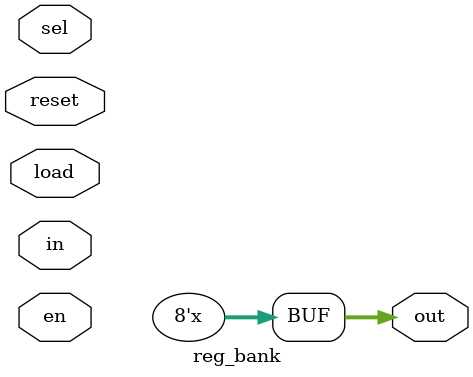
<source format=v>
module reg_bank
	(
		sel,
		en,
		load,
		reset,
		in,
		out
	);

	input [1:0] sel;
	input [7:0] in;

	input en;
	input load;
	input reset;

	output [7:0] out;
	
	reg [7:0] out;

	reg [7:0] regs [0:3];
	
	integer i;
	
	initial
		begin
			out = 8'b00000000;
		
			for (i = 0; i < 4; i = i + 1)
				begin
					regs[i] = 8'b00000000;
				end
		end
	
	always @ (sel or en or load or reset)
		begin
			if (en == 1'b1)
				begin
					out = regs[sel];
				end
				
			if (load == 1'b1)
				begin
					regs[sel] = in;
				end
				
			if (reset == 1'b1)
				begin
					for (i = 0; i < 4; i = i + 1)
						begin
							regs[i] = 8'b00000000;
						end
				end
		end
	
endmodule
</source>
